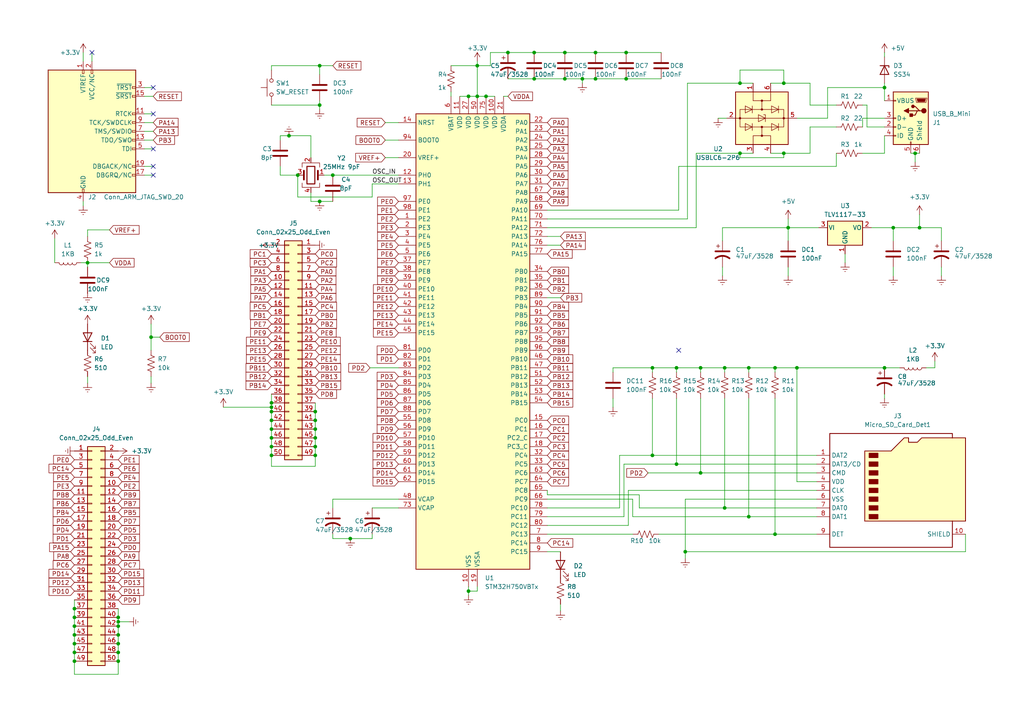
<source format=kicad_sch>
(kicad_sch (version 20230121) (generator eeschema)
  (paper "A4")
  (title_block (title "top") (rev "1.3") (comment 1 "First version"))
  (junction (at 163.83 15.24))
  (junction (at 21.59 184.15))
  (junction (at 21.59 191.77))
  (junction (at 34.29 181.61))
  (junction (at 227.33 44.45))
  (junction (at 34.29 191.77))
  (junction (at 91.44 127))
  (junction (at 83.82 39.37))
  (junction (at 34.29 180.34))
  (junction (at 78.74 124.46))
  (junction (at 196.215 106.68))
  (junction (at 92.71 30.48))
  (junction (at 92.71 19.05))
  (junction (at 34.29 184.15))
  (junction (at 172.72 15.24))
  (junction (at 203.2 137.16))
  (junction (at 91.44 129.54))
  (junction (at 91.44 121.92))
  (junction (at 91.44 124.46))
  (junction (at 168.91 22.86))
  (junction (at 91.44 132.08))
  (junction (at 21.59 179.07))
  (junction (at 21.59 189.23))
  (junction (at 217.17 106.68))
  (junction (at 224.79 106.68))
  (junction (at 96.52 50.8))
  (junction (at 135.89 171.45))
  (junction (at 163.83 22.86))
  (junction (at 78.74 127))
  (junction (at 154.94 22.86))
  (junction (at 43.815 97.79))
  (junction (at 91.44 119.38))
  (junction (at 147.32 15.24))
  (junction (at 86.36 50.8))
  (junction (at 203.2 106.68))
  (junction (at 140.97 27.94))
  (junction (at 78.74 119.38))
  (junction (at 135.89 27.94))
  (junction (at 214.63 24.13))
  (junction (at 256.54 25.4))
  (junction (at 259.08 66.04))
  (junction (at 181.61 22.86))
  (junction (at 154.94 15.24))
  (junction (at 78.74 121.92))
  (junction (at 21.59 181.61))
  (junction (at 256.54 106.68))
  (junction (at 34.29 179.07))
  (junction (at 101.6 156.21))
  (junction (at 210.185 147.32))
  (junction (at 92.71 58.42))
  (junction (at 21.59 176.53))
  (junction (at 210.185 106.68))
  (junction (at 172.72 22.86))
  (junction (at 34.29 186.69))
  (junction (at 78.74 132.08))
  (junction (at 34.29 189.23))
  (junction (at 231.14 106.68))
  (junction (at 198.755 160.02))
  (junction (at 266.7 66.04))
  (junction (at 78.74 129.54))
  (junction (at 227.33 24.13))
  (junction (at 228.6 66.04))
  (junction (at 217.17 149.86))
  (junction (at 189.23 106.68))
  (junction (at 181.61 15.24))
  (junction (at 189.23 132.08))
  (junction (at 214.63 44.45))
  (junction (at 25.4 76.2))
  (junction (at 224.79 154.94))
  (junction (at 78.74 116.84))
  (junction (at 196.215 134.62))
  (junction (at 265.43 44.45))
  (junction (at 21.59 186.69))
  (junction (at 138.43 27.94))
  (junction (at 78.74 118.11))
  (junction (at 138.43 19.05))
  (no_connect (at 44.45 25.4))
  (no_connect (at 44.45 48.26))
  (no_connect (at 44.45 50.8))
  (no_connect (at 44.45 33.02))
  (no_connect (at 44.45 43.18))
  (no_connect (at 26.67 15.24))
  (no_connect (at 196.85 101.6))
  (wire (pts (xy 130.81 19.05) (xy 138.43 19.05)))
  (wire (pts (xy 107.315 106.68) (xy 115.57 106.68)))
  (wire (pts (xy 158.75 149.86) (xy 180.975 149.86)))
  (wire (pts (xy 163.83 15.24) (xy 172.72 15.24)))
  (wire (pts (xy 196.215 106.68) (xy 203.2 106.68)))
  (wire (pts (xy 228.6 66.04) (xy 228.6 69.85)))
  (wire (pts (xy 228.6 66.04) (xy 209.55 66.04)))
  (wire (pts (xy 146.05 27.94) (xy 147.32 27.94)))
  (wire (pts (xy 217.17 115.57) (xy 217.17 149.86)))
  (wire (pts (xy 231.14 139.7) (xy 236.855 139.7)))
  (wire (pts (xy 256.54 106.68) (xy 231.14 106.68)))
  (wire (pts (xy 273.05 66.04) (xy 273.05 69.85)))
  (wire (pts (xy 96.52 156.21) (xy 96.52 154.94)))
  (wire (pts (xy 199.39 63.5) (xy 199.39 24.13)))
  (wire (pts (xy 41.91 27.94) (xy 44.45 27.94)))
  (wire (pts (xy 209.55 66.04) (xy 209.55 69.85)))
  (wire (pts (xy 250.19 30.48) (xy 251.46 30.48)))
  (wire (pts (xy 78.74 116.84) (xy 78.74 118.11)))
  (wire (pts (xy 177.8 106.68) (xy 189.23 106.68)))
  (wire (pts (xy 158.75 160.02) (xy 162.56 160.02)))
  (wire (pts (xy 180.975 134.62) (xy 196.215 134.62)))
  (wire (pts (xy 101.6 156.21) (xy 96.52 156.21)))
  (wire (pts (xy 138.43 19.05) (xy 142.24 19.05)))
  (wire (pts (xy 163.83 22.86) (xy 168.91 22.86)))
  (wire (pts (xy 259.08 66.04) (xy 266.7 66.04)))
  (wire (pts (xy 25.4 76.2) (xy 25.4 77.47)))
  (wire (pts (xy 227.33 24.13) (xy 234.95 24.13)))
  (wire (pts (xy 43.815 93.98) (xy 43.815 97.79)))
  (wire (pts (xy 210.185 106.68) (xy 210.185 107.95)))
  (wire (pts (xy 21.59 181.61) (xy 21.59 179.07)))
  (wire (pts (xy 158.75 154.94) (xy 183.515 154.94)))
  (wire (pts (xy 228.6 77.47) (xy 228.6 80.01)))
  (wire (pts (xy 271.145 106.68) (xy 271.145 104.775)))
  (wire (pts (xy 96.52 144.78) (xy 115.57 144.78)))
  (wire (pts (xy 251.46 30.48) (xy 251.46 36.83)))
  (wire (pts (xy 81.28 39.37) (xy 83.82 39.37)))
  (wire (pts (xy 138.43 17.78) (xy 138.43 19.05)))
  (wire (pts (xy 217.17 106.68) (xy 217.17 107.95)))
  (wire (pts (xy 260.985 106.68) (xy 256.54 106.68)))
  (wire (pts (xy 34.29 186.69) (xy 34.29 189.23)))
  (wire (pts (xy 34.29 195.58) (xy 21.59 195.58)))
  (wire (pts (xy 201.93 44.45) (xy 214.63 44.45)))
  (wire (pts (xy 138.43 170.18) (xy 138.43 171.45)))
  (wire (pts (xy 78.74 19.05) (xy 92.71 19.05)))
  (wire (pts (xy 41.91 25.4) (xy 44.45 25.4)))
  (wire (pts (xy 138.43 27.94) (xy 140.97 27.94)))
  (wire (pts (xy 92.71 30.48) (xy 92.71 31.75)))
  (wire (pts (xy 198.755 144.78) (xy 198.755 160.02)))
  (wire (pts (xy 111.76 45.72) (xy 115.57 45.72)))
  (wire (pts (xy 185.42 147.32) (xy 185.42 143.51)))
  (wire (pts (xy 111.76 35.56) (xy 115.57 35.56)))
  (wire (pts (xy 240.03 25.4) (xy 240.03 34.29)))
  (wire (pts (xy 21.59 191.77) (xy 21.59 189.23)))
  (wire (pts (xy 209.55 77.47) (xy 209.55 80.01)))
  (wire (pts (xy 83.82 39.37) (xy 90.17 39.37)))
  (wire (pts (xy 214.63 44.45) (xy 218.44 44.45)))
  (wire (pts (xy 158.75 71.12) (xy 162.56 71.12)))
  (wire (pts (xy 199.39 24.13) (xy 214.63 24.13)))
  (wire (pts (xy 189.23 115.57) (xy 189.23 132.08)))
  (wire (pts (xy 86.36 50.8) (xy 81.28 50.8)))
  (wire (pts (xy 181.61 15.24) (xy 191.77 15.24)))
  (wire (pts (xy 92.71 19.05) (xy 92.71 21.59)))
  (wire (pts (xy 107.95 53.34) (xy 115.57 53.34)))
  (wire (pts (xy 210.185 147.32) (xy 236.855 147.32)))
  (wire (pts (xy 107.95 147.32) (xy 115.57 147.32)))
  (wire (pts (xy 78.74 20.32) (xy 78.74 19.05)))
  (wire (pts (xy 214.63 44.45) (xy 214.63 45.72)))
  (wire (pts (xy 92.71 58.42) (xy 96.52 58.42)))
  (wire (pts (xy 91.44 129.54) (xy 91.44 127)))
  (wire (pts (xy 236.855 154.94) (xy 224.79 154.94)))
  (wire (pts (xy 41.91 43.18) (xy 44.45 43.18)))
  (wire (pts (xy 158.75 60.96) (xy 196.85 60.96)))
  (wire (pts (xy 91.44 124.46) (xy 91.44 121.92)))
  (wire (pts (xy 259.08 77.47) (xy 259.08 80.01)))
  (wire (pts (xy 217.17 106.68) (xy 224.79 106.68)))
  (wire (pts (xy 196.215 115.57) (xy 196.215 134.62)))
  (wire (pts (xy 78.74 132.08) (xy 78.74 135.255)))
  (wire (pts (xy 252.73 66.04) (xy 259.08 66.04)))
  (wire (pts (xy 265.43 44.45) (xy 266.7 44.45)))
  (wire (pts (xy 250.19 34.29) (xy 256.54 34.29)))
  (wire (pts (xy 158.75 68.58) (xy 162.56 68.58)))
  (wire (pts (xy 214.63 20.32) (xy 214.63 24.13)))
  (wire (pts (xy 41.91 50.8) (xy 44.45 50.8)))
  (wire (pts (xy 26.67 15.24) (xy 26.67 17.78)))
  (wire (pts (xy 266.7 66.04) (xy 266.7 62.23)))
  (wire (pts (xy 224.79 115.57) (xy 224.79 154.94)))
  (wire (pts (xy 92.71 30.48) (xy 92.71 29.21)))
  (wire (pts (xy 64.77 118.11) (xy 78.74 118.11)))
  (wire (pts (xy 179.705 147.32) (xy 179.705 132.08)))
  (wire (pts (xy 34.29 176.53) (xy 34.29 179.07)))
  (wire (pts (xy 34.29 191.77) (xy 34.29 195.58)))
  (wire (pts (xy 147.32 22.86) (xy 154.94 22.86)))
  (wire (pts (xy 158.75 86.36) (xy 162.56 86.36)))
  (wire (pts (xy 34.29 180.34) (xy 34.29 181.61)))
  (wire (pts (xy 183.515 149.86) (xy 217.17 149.86)))
  (wire (pts (xy 138.43 171.45) (xy 135.89 171.45)))
  (wire (pts (xy 140.97 27.94) (xy 143.51 27.94)))
  (wire (pts (xy 78.74 118.11) (xy 78.74 119.38)))
  (wire (pts (xy 250.19 34.29) (xy 250.19 36.83)))
  (wire (pts (xy 158.75 66.04) (xy 201.93 66.04)))
  (wire (pts (xy 240.03 34.29) (xy 231.14 34.29)))
  (wire (pts (xy 24.13 58.42) (xy 24.13 59.69)))
  (wire (pts (xy 177.8 107.95) (xy 177.8 106.68)))
  (wire (pts (xy 251.46 36.83) (xy 256.54 36.83)))
  (wire (pts (xy 227.33 45.72) (xy 227.33 44.45)))
  (wire (pts (xy 256.54 24.13) (xy 256.54 25.4)))
  (wire (pts (xy 91.44 132.08) (xy 91.44 129.54)))
  (wire (pts (xy 78.74 119.38) (xy 78.74 121.92)))
  (wire (pts (xy 224.79 154.94) (xy 191.135 154.94)))
  (wire (pts (xy 177.8 115.57) (xy 177.8 118.11)))
  (wire (pts (xy 21.59 184.15) (xy 21.59 181.61)))
  (wire (pts (xy 203.2 115.57) (xy 203.2 137.16)))
  (wire (pts (xy 96.52 144.78) (xy 96.52 147.32)))
  (wire (pts (xy 78.74 127) (xy 78.74 129.54)))
  (wire (pts (xy 158.75 63.5) (xy 199.39 63.5)))
  (wire (pts (xy 101.6 156.21) (xy 107.95 156.21)))
  (wire (pts (xy 92.71 19.05) (xy 96.52 19.05)))
  (wire (pts (xy 43.815 109.22) (xy 43.815 111.125)))
  (wire (pts (xy 256.54 44.45) (xy 256.54 39.37)))
  (wire (pts (xy 78.74 114.3) (xy 78.74 116.84)))
  (wire (pts (xy 133.35 27.94) (xy 135.89 27.94)))
  (wire (pts (xy 96.52 50.8) (xy 115.57 50.8)))
  (wire (pts (xy 237.49 66.04) (xy 228.6 66.04)))
  (wire (pts (xy 266.7 66.04) (xy 273.05 66.04)))
  (wire (pts (xy 224.79 106.68) (xy 224.79 107.95)))
  (wire (pts (xy 158.75 143.51) (xy 185.42 143.51)))
  (wire (pts (xy 187.96 137.16) (xy 203.2 137.16)))
  (wire (pts (xy 198.755 160.02) (xy 280.035 160.02)))
  (wire (pts (xy 135.89 171.45) (xy 135.89 172.72)))
  (wire (pts (xy 196.85 48.26) (xy 242.57 48.26)))
  (wire (pts (xy 91.44 119.38) (xy 91.44 116.84)))
  (wire (pts (xy 21.59 179.07) (xy 21.59 176.53)))
  (wire (pts (xy 158.75 143.51) (xy 158.75 142.24)))
  (wire (pts (xy 130.81 26.67) (xy 130.81 27.94)))
  (wire (pts (xy 223.52 24.13) (xy 227.33 24.13)))
  (wire (pts (xy 43.815 97.79) (xy 43.815 101.6)))
  (wire (pts (xy 81.28 50.8) (xy 81.28 48.26)))
  (wire (pts (xy 182.245 142.24) (xy 236.855 142.24)))
  (wire (pts (xy 162.56 175.26) (xy 162.56 177.165)))
  (wire (pts (xy 34.29 184.15) (xy 34.29 186.69)))
  (wire (pts (xy 91.44 127) (xy 91.44 124.46)))
  (wire (pts (xy 142.24 15.24) (xy 147.32 15.24)))
  (wire (pts (xy 91.44 121.92) (xy 91.44 119.38)))
  (wire (pts (xy 214.63 24.13) (xy 218.44 24.13)))
  (wire (pts (xy 210.185 115.57) (xy 210.185 147.32)))
  (wire (pts (xy 24.13 15.24) (xy 24.13 17.78)))
  (wire (pts (xy 78.74 129.54) (xy 78.74 132.08)))
  (wire (pts (xy 78.74 124.46) (xy 78.74 127)))
  (wire (pts (xy 34.29 179.07) (xy 34.29 180.34)))
  (wire (pts (xy 196.85 60.96) (xy 196.85 48.26)))
  (wire (pts (xy 201.93 66.04) (xy 201.93 44.45)))
  (wire (pts (xy 135.89 27.94) (xy 138.43 27.94)))
  (wire (pts (xy 256.54 25.4) (xy 256.54 29.21)))
  (wire (pts (xy 81.28 40.64) (xy 81.28 39.37)))
  (wire (pts (xy 158.75 147.32) (xy 179.705 147.32)))
  (wire (pts (xy 180.975 149.86) (xy 180.975 134.62)))
  (wire (pts (xy 236.855 144.78) (xy 198.755 144.78)))
  (wire (pts (xy 138.43 19.05) (xy 138.43 27.94)))
  (wire (pts (xy 265.43 44.45) (xy 265.43 46.99)))
  (wire (pts (xy 227.33 24.13) (xy 227.33 20.32)))
  (wire (pts (xy 90.17 39.37) (xy 90.17 45.72)))
  (wire (pts (xy 203.2 106.68) (xy 203.2 107.95)))
  (wire (pts (xy 147.32 15.24) (xy 154.94 15.24)))
  (wire (pts (xy 168.91 22.86) (xy 168.91 24.13)))
  (wire (pts (xy 179.705 132.08) (xy 189.23 132.08)))
  (wire (pts (xy 203.2 106.68) (xy 210.185 106.68)))
  (wire (pts (xy 78.74 30.48) (xy 92.71 30.48)))
  (wire (pts (xy 21.59 189.23) (xy 21.59 186.69)))
  (wire (pts (xy 189.23 106.68) (xy 189.23 107.95)))
  (wire (pts (xy 234.95 36.83) (xy 242.57 36.83)))
  (wire (pts (xy 250.19 44.45) (xy 256.54 44.45)))
  (wire (pts (xy 31.75 66.675) (xy 25.4 66.675)))
  (wire (pts (xy 25.4 109.22) (xy 25.4 111.125)))
  (wire (pts (xy 15.875 69.215) (xy 15.875 76.2)))
  (wire (pts (xy 107.95 57.15) (xy 86.36 57.15)))
  (wire (pts (xy 234.95 44.45) (xy 234.95 36.83)))
  (wire (pts (xy 154.94 15.24) (xy 163.83 15.24)))
  (wire (pts (xy 107.95 156.21) (xy 107.95 154.94)))
  (wire (pts (xy 111.76 40.64) (xy 115.57 40.64)))
  (wire (pts (xy 280.035 154.94) (xy 280.035 160.02)))
  (wire (pts (xy 223.52 44.45) (xy 227.33 44.45)))
  (wire (pts (xy 172.72 22.86) (xy 181.61 22.86)))
  (wire (pts (xy 189.23 106.68) (xy 196.215 106.68)))
  (wire (pts (xy 224.79 106.68) (xy 231.14 106.68)))
  (wire (pts (xy 182.245 152.4) (xy 182.245 142.24)))
  (wire (pts (xy 154.94 22.86) (xy 163.83 22.86)))
  (wire (pts (xy 198.755 160.02) (xy 198.755 161.925)))
  (wire (pts (xy 189.23 132.08) (xy 236.855 132.08)))
  (wire (pts (xy 231.14 106.68) (xy 231.14 139.7)))
  (wire (pts (xy 142.24 19.05) (xy 142.24 15.24)))
  (wire (pts (xy 234.95 30.48) (xy 242.57 30.48)))
  (wire (pts (xy 240.03 25.4) (xy 256.54 25.4)))
  (wire (pts (xy 196.215 134.62) (xy 236.855 134.62)))
  (wire (pts (xy 214.63 45.72) (xy 227.33 45.72)))
  (wire (pts (xy 259.08 66.04) (xy 259.08 69.85)))
  (wire (pts (xy 135.89 170.18) (xy 135.89 171.45)))
  (wire (pts (xy 37.465 180.34) (xy 34.29 180.34)))
  (wire (pts (xy 227.33 20.32) (xy 214.63 20.32)))
  (wire (pts (xy 210.185 106.68) (xy 217.17 106.68)))
  (wire (pts (xy 78.74 121.92) (xy 78.74 124.46)))
  (wire (pts (xy 41.91 33.02) (xy 44.45 33.02)))
  (wire (pts (xy 234.95 24.13) (xy 234.95 30.48)))
  (wire (pts (xy 86.36 57.15) (xy 86.36 50.8)))
  (wire (pts (xy 208.28 34.29) (xy 210.82 34.29)))
  (wire (pts (xy 34.29 181.61) (xy 34.29 184.15)))
  (wire (pts (xy 172.72 15.24) (xy 181.61 15.24)))
  (wire (pts (xy 41.91 40.64) (xy 44.45 40.64)))
  (wire (pts (xy 245.11 73.66) (xy 245.11 76.2)))
  (wire (pts (xy 90.17 55.88) (xy 90.17 58.42)))
  (wire (pts (xy 168.91 22.86) (xy 172.72 22.86)))
  (wire (pts (xy 227.33 44.45) (xy 234.95 44.45)))
  (wire (pts (xy 78.74 135.255) (xy 91.44 135.255)))
  (wire (pts (xy 91.44 135.255) (xy 91.44 132.08)))
  (wire (pts (xy 158.75 144.78) (xy 183.515 144.78)))
  (wire (pts (xy 242.57 48.26) (xy 242.57 44.45)))
  (wire (pts (xy 90.17 58.42) (xy 92.71 58.42)))
  (wire (pts (xy 256.54 114.3) (xy 256.54 115.57)))
  (wire (pts (xy 21.59 186.69) (xy 21.59 184.15)))
  (wire (pts (xy 158.75 152.4) (xy 182.245 152.4)))
  (wire (pts (xy 203.2 137.16) (xy 236.855 137.16)))
  (wire (pts (xy 21.59 195.58) (xy 21.59 191.77)))
  (wire (pts (xy 107.95 53.34) (xy 107.95 57.15)))
  (wire (pts (xy 93.98 50.8) (xy 96.52 50.8)))
  (wire (pts (xy 181.61 22.86) (xy 191.77 22.86)))
  (wire (pts (xy 41.91 38.1) (xy 44.45 38.1)))
  (wire (pts (xy 23.495 76.2) (xy 25.4 76.2)))
  (wire (pts (xy 43.815 97.79) (xy 46.355 97.79)))
  (wire (pts (xy 268.605 106.68) (xy 271.145 106.68)))
  (wire (pts (xy 183.515 144.78) (xy 183.515 149.86)))
  (wire (pts (xy 228.6 66.04) (xy 228.6 63.5)))
  (wire (pts (xy 25.4 66.675) (xy 25.4 68.58)))
  (wire (pts (xy 41.91 48.26) (xy 44.45 48.26)))
  (wire (pts (xy 25.4 76.2) (xy 31.75 76.2)))
  (wire (pts (xy 21.59 176.53) (xy 21.59 173.99)))
  (wire (pts (xy 273.05 77.47) (xy 273.05 80.01)))
  (wire (pts (xy 264.16 44.45) (xy 265.43 44.45)))
  (wire (pts (xy 217.17 149.86) (xy 236.855 149.86)))
  (wire (pts (xy 196.215 106.68) (xy 196.215 107.95)))
  (wire (pts (xy 41.91 35.56) (xy 44.45 35.56)))
  (wire (pts (xy 34.29 189.23) (xy 34.29 191.77)))
  (wire (pts (xy 256.54 15.24) (xy 256.54 16.51)))
  (wire (pts (xy 185.42 147.32) (xy 210.185 147.32)))
  (label "OSC_OUT" (at 107.95 53.34 0))
  (label "OSC_IN" (at 107.95 50.8 0))
  (global_label "PA4" (shape input) (at 91.44 83.82 0) (property "Intersheetrefs" "${INTERSHEET_REFS}" (effects hide)))
  (global_label "PB4" (shape input) (at 158.75 88.9 0) (property "Intersheetrefs" "${INTERSHEET_REFS}" (effects hide)))
  (global_label "PC5" (shape input) (at 158.75 134.62 0) (property "Intersheetrefs" "${INTERSHEET_REFS}" (effects hide)))
  (global_label "PC6" (shape input) (at 158.75 137.16 0) (property "Intersheetrefs" "${INTERSHEET_REFS}" (effects hide)))
  (global_label "PB2" (shape input) (at 158.75 83.82 0) (property "Intersheetrefs" "${INTERSHEET_REFS}" (effects hide)))
  (global_label "PE10" (shape input) (at 91.44 99.06 0) (property "Intersheetrefs" "${INTERSHEET_REFS}" (effects hide)))
  (global_label "PC4" (shape input) (at 91.44 88.9 0) (property "Intersheetrefs" "${INTERSHEET_REFS}" (effects hide)))
  (global_label "PE3" (shape input) (at 115.57 66.04 180) (property "Intersheetrefs" "${INTERSHEET_REFS}" (effects hide)))
  (global_label "PE5" (shape input) (at 21.59 138.43 180) (property "Intersheetrefs" "${INTERSHEET_REFS}" (effects hide)))
  (global_label "PD9" (shape input) (at 34.29 173.99 0) (property "Intersheetrefs" "${INTERSHEET_REFS}" (effects hide)))
  (global_label "PE6" (shape input) (at 34.29 135.89 0) (property "Intersheetrefs" "${INTERSHEET_REFS}" (effects hide)))
  (global_label "PD4" (shape input) (at 115.57 111.76 180) (property "Intersheetrefs" "${INTERSHEET_REFS}" (effects hide)))
  (global_label "PA3" (shape input) (at 78.74 81.28 180) (property "Intersheetrefs" "${INTERSHEET_REFS}" (effects hide)))
  (global_label "PA14" (shape input) (at 44.45 35.56 0) (property "Intersheetrefs" "${INTERSHEET_REFS}" (effects hide)))
  (global_label "PE13" (shape input) (at 78.74 101.6 180) (property "Intersheetrefs" "${INTERSHEET_REFS}" (effects hide)))
  (global_label "PE15" (shape input) (at 78.74 104.14 180) (property "Intersheetrefs" "${INTERSHEET_REFS}" (effects hide)))
  (global_label "PB7" (shape input) (at 34.29 146.05 0) (property "Intersheetrefs" "${INTERSHEET_REFS}" (effects hide)))
  (global_label "PE15" (shape input) (at 115.57 96.52 180) (property "Intersheetrefs" "${INTERSHEET_REFS}" (effects hide)))
  (global_label "PD6" (shape input) (at 21.59 151.13 180) (property "Intersheetrefs" "${INTERSHEET_REFS}" (effects hide)))
  (global_label "PB0" (shape input) (at 158.75 78.74 0) (property "Intersheetrefs" "${INTERSHEET_REFS}" (effects hide)))
  (global_label "PE14" (shape input) (at 91.44 104.14 0) (property "Intersheetrefs" "${INTERSHEET_REFS}" (effects hide)))
  (global_label "PA5" (shape input) (at 158.75 48.26 0) (property "Intersheetrefs" "${INTERSHEET_REFS}" (effects hide)))
  (global_label "PD1" (shape input) (at 115.57 104.14 180) (property "Intersheetrefs" "${INTERSHEET_REFS}" (effects hide)))
  (global_label "PB7" (shape input) (at 158.75 96.52 0) (property "Intersheetrefs" "${INTERSHEET_REFS}" (effects hide)))
  (global_label "PD15" (shape input) (at 115.57 139.7 180) (property "Intersheetrefs" "${INTERSHEET_REFS}" (effects hide)))
  (global_label "PE4" (shape input) (at 115.57 68.58 180) (property "Intersheetrefs" "${INTERSHEET_REFS}" (effects hide)))
  (global_label "PE11" (shape input) (at 78.74 99.06 180) (property "Intersheetrefs" "${INTERSHEET_REFS}" (effects hide)))
  (global_label "PB3" (shape input) (at 44.45 40.64 0) (property "Intersheetrefs" "${INTERSHEET_REFS}" (effects hide)))
  (global_label "PB11" (shape input) (at 78.74 106.68 180) (property "Intersheetrefs" "${INTERSHEET_REFS}" (effects hide)))
  (global_label "PD2" (shape input) (at 187.96 137.16 180) (property "Intersheetrefs" "${INTERSHEET_REFS}" (effects hide)))
  (global_label "PD6" (shape input) (at 115.57 116.84 180) (property "Intersheetrefs" "${INTERSHEET_REFS}" (effects hide)))
  (global_label "PD0" (shape input) (at 34.29 158.75 0) (property "Intersheetrefs" "${INTERSHEET_REFS}" (effects hide)))
  (global_label "PA0" (shape input) (at 91.44 78.74 0) (property "Intersheetrefs" "${INTERSHEET_REFS}" (effects hide)))
  (global_label "PB9" (shape input) (at 34.29 143.51 0) (property "Intersheetrefs" "${INTERSHEET_REFS}" (effects hide)))
  (global_label "PE11" (shape input) (at 115.57 86.36 180) (property "Intersheetrefs" "${INTERSHEET_REFS}" (effects hide)))
  (global_label "PE0" (shape input) (at 115.57 58.42 180) (property "Intersheetrefs" "${INTERSHEET_REFS}" (effects hide)))
  (global_label "PC14" (shape input) (at 21.59 135.89 180) (property "Intersheetrefs" "${INTERSHEET_REFS}" (effects hide)))
  (global_label "PA13" (shape input) (at 162.56 68.58 0) (property "Intersheetrefs" "${INTERSHEET_REFS}" (effects hide)))
  (global_label "PB8" (shape input) (at 158.75 99.06 0) (property "Intersheetrefs" "${INTERSHEET_REFS}" (effects hide)))
  (global_label "PD0" (shape input) (at 115.57 101.6 180) (property "Intersheetrefs" "${INTERSHEET_REFS}" (effects hide)))
  (global_label "PB10" (shape input) (at 158.75 104.14 0) (property "Intersheetrefs" "${INTERSHEET_REFS}" (effects hide)))
  (global_label "PB5" (shape input) (at 34.29 148.59 0) (property "Intersheetrefs" "${INTERSHEET_REFS}" (effects hide)))
  (global_label "PA6" (shape input) (at 91.44 86.36 0) (property "Intersheetrefs" "${INTERSHEET_REFS}" (effects hide)))
  (global_label "VDDA" (shape input) (at 31.75 76.2 0) (property "Intersheetrefs" "${INTERSHEET_REFS}" (effects hide)))
  (global_label "PC7" (shape input) (at 158.75 139.7 0) (property "Intersheetrefs" "${INTERSHEET_REFS}" (effects hide)))
  (global_label "PD5" (shape input) (at 34.29 153.67 0) (property "Intersheetrefs" "${INTERSHEET_REFS}" (effects hide)))
  (global_label "PE2" (shape input) (at 115.57 63.5 180) (property "Intersheetrefs" "${INTERSHEET_REFS}" (effects hide)))
  (global_label "PA1" (shape input) (at 78.74 78.74 180) (property "Intersheetrefs" "${INTERSHEET_REFS}" (effects hide)))
  (global_label "PC3" (shape input) (at 158.75 129.54 0) (property "Intersheetrefs" "${INTERSHEET_REFS}" (effects hide)))
  (global_label "PC2" (shape input) (at 91.44 76.2 0) (property "Intersheetrefs" "${INTERSHEET_REFS}" (effects hide)))
  (global_label "PC14" (shape input) (at 158.75 157.48 0) (property "Intersheetrefs" "${INTERSHEET_REFS}" (effects hide)))
  (global_label "PC0" (shape input) (at 91.44 73.66 0) (property "Intersheetrefs" "${INTERSHEET_REFS}" (effects hide)))
  (global_label "PB10" (shape input) (at 91.44 106.68 0) (property "Intersheetrefs" "${INTERSHEET_REFS}" (effects hide)))
  (global_label "PD8" (shape input) (at 91.44 114.3 0) (property "Intersheetrefs" "${INTERSHEET_REFS}" (effects hide)))
  (global_label "PA9" (shape input) (at 34.29 161.29 0) (property "Intersheetrefs" "${INTERSHEET_REFS}" (effects hide)))
  (global_label "PD7" (shape input) (at 115.57 119.38 180) (property "Intersheetrefs" "${INTERSHEET_REFS}" (effects hide)))
  (global_label "PE12" (shape input) (at 115.57 88.9 180) (property "Intersheetrefs" "${INTERSHEET_REFS}" (effects hide)))
  (global_label "PE9" (shape input) (at 115.57 81.28 180) (property "Intersheetrefs" "${INTERSHEET_REFS}" (effects hide)))
  (global_label "PE10" (shape input) (at 115.57 83.82 180) (property "Intersheetrefs" "${INTERSHEET_REFS}" (effects hide)))
  (global_label "PC7" (shape input) (at 34.29 163.83 0) (property "Intersheetrefs" "${INTERSHEET_REFS}" (effects hide)))
  (global_label "PA14" (shape input) (at 162.56 71.12 0) (property "Intersheetrefs" "${INTERSHEET_REFS}" (effects hide)))
  (global_label "PA9" (shape input) (at 158.75 58.42 0) (property "Intersheetrefs" "${INTERSHEET_REFS}" (effects hide)))
  (global_label "PA13" (shape input) (at 44.45 38.1 0) (property "Intersheetrefs" "${INTERSHEET_REFS}" (effects hide)))
  (global_label "PB8" (shape input) (at 21.59 143.51 180) (property "Intersheetrefs" "${INTERSHEET_REFS}" (effects hide)))
  (global_label "PB12" (shape input) (at 158.75 109.22 0) (property "Intersheetrefs" "${INTERSHEET_REFS}" (effects hide)))
  (global_label "RESET" (shape input) (at 44.45 27.94 0) (property "Intersheetrefs" "${INTERSHEET_REFS}" (effects hide)))
  (global_label "PD1" (shape input) (at 21.59 156.21 180) (property "Intersheetrefs" "${INTERSHEET_REFS}" (effects hide)))
  (global_label "PA7" (shape input) (at 78.74 86.36 180) (property "Intersheetrefs" "${INTERSHEET_REFS}" (effects hide)))
  (global_label "PB1" (shape input) (at 78.74 91.44 180) (property "Intersheetrefs" "${INTERSHEET_REFS}" (effects hide)))
  (global_label "PB13" (shape input) (at 91.44 109.22 0) (property "Intersheetrefs" "${INTERSHEET_REFS}" (effects hide)))
  (global_label "PA3" (shape input) (at 158.75 43.18 0) (property "Intersheetrefs" "${INTERSHEET_REFS}" (effects hide)))
  (global_label "PB6" (shape input) (at 158.75 93.98 0) (property "Intersheetrefs" "${INTERSHEET_REFS}" (effects hide)))
  (global_label "PE8" (shape input) (at 115.57 78.74 180) (property "Intersheetrefs" "${INTERSHEET_REFS}" (effects hide)))
  (global_label "PA2" (shape input) (at 158.75 40.64 0) (property "Intersheetrefs" "${INTERSHEET_REFS}" (effects hide)))
  (global_label "PA7" (shape input) (at 158.75 53.34 0) (property "Intersheetrefs" "${INTERSHEET_REFS}" (effects hide)))
  (global_label "BOOT0" (shape input) (at 46.355 97.79 0) (property "Intersheetrefs" "${INTERSHEET_REFS}" (effects hide)))
  (global_label "PD4" (shape input) (at 21.59 153.67 180) (property "Intersheetrefs" "${INTERSHEET_REFS}" (effects hide)))
  (global_label "PC1" (shape input) (at 78.74 73.66 180) (property "Intersheetrefs" "${INTERSHEET_REFS}" (effects hide)))
  (global_label "PE1" (shape input) (at 115.57 60.96 180) (property "Intersheetrefs" "${INTERSHEET_REFS}" (effects hide)))
  (global_label "PD15" (shape input) (at 34.29 166.37 0) (property "Intersheetrefs" "${INTERSHEET_REFS}" (effects hide)))
  (global_label "PE5" (shape input) (at 115.57 71.12 180) (property "Intersheetrefs" "${INTERSHEET_REFS}" (effects hide)))
  (global_label "PE6" (shape input) (at 115.57 73.66 180) (property "Intersheetrefs" "${INTERSHEET_REFS}" (effects hide)))
  (global_label "RESET" (shape input) (at 96.52 19.05 0) (property "Intersheetrefs" "${INTERSHEET_REFS}" (effects hide)))
  (global_label "PA5" (shape input) (at 78.74 83.82 180) (property "Intersheetrefs" "${INTERSHEET_REFS}" (effects hide)))
  (global_label "RESET" (shape input) (at 111.76 35.56 180) (property "Intersheetrefs" "${INTERSHEET_REFS}" (effects hide)))
  (global_label "PC5" (shape input) (at 78.74 88.9 180) (property "Intersheetrefs" "${INTERSHEET_REFS}" (effects hide)))
  (global_label "PC2" (shape input) (at 158.75 127 0) (property "Intersheetrefs" "${INTERSHEET_REFS}" (effects hide)))
  (global_label "PE2" (shape input) (at 34.29 140.97 0) (property "Intersheetrefs" "${INTERSHEET_REFS}" (effects hide)))
  (global_label "PE13" (shape input) (at 115.57 91.44 180) (property "Intersheetrefs" "${INTERSHEET_REFS}" (effects hide)))
  (global_label "VDDA" (shape input) (at 147.32 27.94 0) (property "Intersheetrefs" "${INTERSHEET_REFS}" (effects hide)))
  (global_label "PE14" (shape input) (at 115.57 93.98 180) (property "Intersheetrefs" "${INTERSHEET_REFS}" (effects hide)))
  (global_label "PA15" (shape input) (at 21.59 158.75 180) (property "Intersheetrefs" "${INTERSHEET_REFS}" (effects hide)))
  (global_label "PE0" (shape input) (at 21.59 133.35 180) (property "Intersheetrefs" "${INTERSHEET_REFS}" (effects hide)))
  (global_label "PC6" (shape input) (at 21.59 163.83 180) (property "Intersheetrefs" "${INTERSHEET_REFS}" (effects hide)))
  (global_label "PC1" (shape input) (at 158.75 124.46 0) (property "Intersheetrefs" "${INTERSHEET_REFS}" (effects hide)))
  (global_label "PB4" (shape input) (at 21.59 148.59 180) (property "Intersheetrefs" "${INTERSHEET_REFS}" (effects hide)))
  (global_label "PB14" (shape input) (at 78.74 111.76 180) (property "Intersheetrefs" "${INTERSHEET_REFS}" (effects hide)))
  (global_label "PB0" (shape input) (at 91.44 91.44 0) (property "Intersheetrefs" "${INTERSHEET_REFS}" (effects hide)))
  (global_label "PD14" (shape input) (at 21.59 166.37 180) (property "Intersheetrefs" "${INTERSHEET_REFS}" (effects hide)))
  (global_label "PD13" (shape input) (at 115.57 134.62 180) (property "Intersheetrefs" "${INTERSHEET_REFS}" (effects hide)))
  (global_label "PD7" (shape input) (at 34.29 151.13 0) (property "Intersheetrefs" "${INTERSHEET_REFS}" (effects hide)))
  (global_label "PD5" (shape input) (at 115.57 114.3 180) (property "Intersheetrefs" "${INTERSHEET_REFS}" (effects hide)))
  (global_label "PA6" (shape input) (at 158.75 50.8 0) (property "Intersheetrefs" "${INTERSHEET_REFS}" (effects hide)))
  (global_label "PE1" (shape input) (at 34.29 133.35 0) (property "Intersheetrefs" "${INTERSHEET_REFS}" (effects hide)))
  (global_label "VREF+" (shape input) (at 111.76 45.72 180) (property "Intersheetrefs" "${INTERSHEET_REFS}" (effects hide)))
  (global_label "PA15" (shape input) (at 158.75 73.66 0) (property "Intersheetrefs" "${INTERSHEET_REFS}" (effects hide)))
  (global_label "PB5" (shape input) (at 158.75 91.44 0) (property "Intersheetrefs" "${INTERSHEET_REFS}" (effects hide)))
  (global_label "PE3" (shape input) (at 21.59 140.97 180) (property "Intersheetrefs" "${INTERSHEET_REFS}" (effects hide)))
  (global_label "PA1" (shape input) (at 158.75 38.1 0) (property "Intersheetrefs" "${INTERSHEET_REFS}" (effects hide)))
  (global_label "PD8" (shape input) (at 115.57 121.92 180) (property "Intersheetrefs" "${INTERSHEET_REFS}" (effects hide)))
  (global_label "PB12" (shape input) (at 78.74 109.22 180) (property "Intersheetrefs" "${INTERSHEET_REFS}" (effects hide)))
  (global_label "PB3" (shape input) (at 162.56 86.36 0) (property "Intersheetrefs" "${INTERSHEET_REFS}" (effects hide)))
  (global_label "PB11" (shape input) (at 158.75 106.68 0) (property "Intersheetrefs" "${INTERSHEET_REFS}" (effects hide)))
  (global_label "PC3" (shape input) (at 78.74 76.2 180) (property "Intersheetrefs" "${INTERSHEET_REFS}" (effects hide)))
  (global_label "PD3" (shape input) (at 34.29 156.21 0) (property "Intersheetrefs" "${INTERSHEET_REFS}" (effects hide)))
  (global_label "PB9" (shape input) (at 158.75 101.6 0) (property "Intersheetrefs" "${INTERSHEET_REFS}" (effects hide)))
  (global_label "PA2" (shape input) (at 91.44 81.28 0) (property "Intersheetrefs" "${INTERSHEET_REFS}" (effects hide)))
  (global_label "PD12" (shape input) (at 115.57 132.08 180) (property "Intersheetrefs" "${INTERSHEET_REFS}" (effects hide)))
  (global_label "PA8" (shape input) (at 158.75 55.88 0) (property "Intersheetrefs" "${INTERSHEET_REFS}" (effects hide)))
  (global_label "PB1" (shape input) (at 158.75 81.28 0) (property "Intersheetrefs" "${INTERSHEET_REFS}" (effects hide)))
  (global_label "PD13" (shape input) (at 34.29 168.91 0) (property "Intersheetrefs" "${INTERSHEET_REFS}" (effects hide)))
  (global_label "PB15" (shape input) (at 91.44 111.76 0) (property "Intersheetrefs" "${INTERSHEET_REFS}" (effects hide)))
  (global_label "PD14" (shape input) (at 115.57 137.16 180) (property "Intersheetrefs" "${INTERSHEET_REFS}" (effects hide)))
  (global_label "PD11" (shape input) (at 34.29 171.45 0) (property "Intersheetrefs" "${INTERSHEET_REFS}" (effects hide)))
  (global_label "PA0" (shape input) (at 158.75 35.56 0) (property "Intersheetrefs" "${INTERSHEET_REFS}" (effects hide)))
  (global_label "PB14" (shape input) (at 158.75 114.3 0) (property "Intersheetrefs" "${INTERSHEET_REFS}" (effects hide)))
  (global_label "PD3" (shape input) (at 115.57 109.22 180) (property "Intersheetrefs" "${INTERSHEET_REFS}" (effects hide)))
  (global_label "PB15" (shape input) (at 158.75 116.84 0) (property "Intersheetrefs" "${INTERSHEET_REFS}" (effects hide)))
  (global_label "VREF+" (shape input) (at 31.75 66.675 0) (property "Intersheetrefs" "${INTERSHEET_REFS}" (effects hide)))
  (global_label "PB6" (shape input) (at 21.59 146.05 180) (property "Intersheetrefs" "${INTERSHEET_REFS}" (effects hide)))
  (global_label "PB13" (shape input) (at 158.75 111.76 0) (property "Intersheetrefs" "${INTERSHEET_REFS}" (effects hide)))
  (global_label "PC0" (shape input) (at 158.75 121.92 0) (property "Intersheetrefs" "${INTERSHEET_REFS}" (effects hide)))
  (global_label "PD10" (shape input) (at 21.59 171.45 180) (property "Intersheetrefs" "${INTERSHEET_REFS}" (effects hide)))
  (global_label "PD2" (shape input) (at 107.315 106.68 180) (property "Intersheetrefs" "${INTERSHEET_REFS}" (effects hide)))
  (global_label "PE7" (shape input) (at 78.74 93.98 180) (property "Intersheetrefs" "${INTERSHEET_REFS}" (effects hide)))
  (global_label "PB2" (shape input) (at 91.44 93.98 0) (property "Intersheetrefs" "${INTERSHEET_REFS}" (effects hide)))
  (global_label "PA8" (shape input) (at 21.59 161.29 180) (property "Intersheetrefs" "${INTERSHEET_REFS}" (effects hide)))
  (global_label "PE8" (shape input) (at 91.44 96.52 0) (property "Intersheetrefs" "${INTERSHEET_REFS}" (effects hide)))
  (global_label "BOOT0" (shape input) (at 111.76 40.64 180) (property "Intersheetrefs" "${INTERSHEET_REFS}" (effects hide)))
  (global_label "PD12" (shape input) (at 21.59 168.91 180) (property "Intersheetrefs" "${INTERSHEET_REFS}" (effects hide)))
  (global_label "PC4" (shape input) (at 158.75 132.08 0) (property "Intersheetrefs" "${INTERSHEET_REFS}" (effects hide)))
  (global_label "PD10" (shape input) (at 115.57 127 180) (property "Intersheetrefs" "${INTERSHEET_REFS}" (effects hide)))
  (global_label "PE9" (shape input) (at 78.74 96.52 180) (property "Intersheetrefs" "${INTERSHEET_REFS}" (effects hide)))
  (global_label "PA4" (shape input) (at 158.75 45.72 0) (property "Intersheetrefs" "${INTERSHEET_REFS}" (effects hide)))
  (global_label "PE7" (shape input) (at 115.57 76.2 180) (property "Intersheetrefs" "${INTERSHEET_REFS}" (effects hide)))
  (global_label "PE4" (shape input) (at 34.29 138.43 0) (property "Intersheetrefs" "${INTERSHEET_REFS}" (effects hide)))
  (global_label "PD9" (shape input) (at 115.57 124.46 180) (property "Intersheetrefs" "${INTERSHEET_REFS}" (effects hide)))
  (global_label "PD11" (shape input) (at 115.57 129.54 180) (property "Intersheetrefs" "${INTERSHEET_REFS}" (effects hide)))
  (global_label "PE12" (shape input) (at 91.44 101.6 0) (property "Intersheetrefs" "${INTERSHEET_REFS}" (effects hide)))
  (symbol (lib_id "Device:R_US") (at 217.17 111.76 0) (unit 1)
    (property "Reference" "R12" (at 219.075 110.49 0) (effects (justify left)))
    (property "Value" "10k" (at 219.075 113.03 0) (effects (justify left)))
    (property "Footprint" "Resistor_SMD:R_0402_1005Metric" (effects hide))
  )
  (symbol (lib_id "Connector:Micro_SD_Card_Det1") (at 259.715 142.24 0) (unit 1)
    (property "Reference" "J3" (at 260.35 120.65 0))
    (property "Value" "Micro_SD_Card_Det1" (at 260.35 123.19 0))
    (property "Footprint" "Connector_Card:microSD_HC_Molex_104031-0811" (effects hide))
    (property "Datasheet" "https://datasheet.lcsc.com/lcsc/2110151630_XKB-Connectivity-XKTF-015-N_C381082.pdf" (effects hide))
  )
  (symbol (lib_id "Device:R_US") (at 210.185 111.76 0) (unit 1)
    (property "Reference" "R13" (at 212.09 110.49 0) (effects (justify left)))
    (property "Value" "10k" (at 212.09 113.03 0) (effects (justify left)))
    (property "Footprint" "Resistor_SMD:R_0402_1005Metric" (effects hide))
  )
  (symbol (lib_id "Device:R_US") (at 130.81 22.86 0) (unit 1)
    (property "Reference" "R4" (at 127 21.59 0) (effects (justify left)))
    (property "Value" "1k" (at 127 25.4 0) (effects (justify left)))
    (property "Footprint" "Resistor_SMD:R_0603_1608Metric" (effects hide))
  )
  (symbol (lib_id "Device:C") (at 228.6 73.66 0) (unit 1)
    (property "Reference" "DC1" (at 232.41 72.39 0) (effects (justify left)))
    (property "Value" "100nF" (at 232.41 74.93 0) (effects (justify left)))
    (property "Footprint" "Capacitor_SMD:C_0402_1005Metric" (effects hide))
  )
  (symbol (lib_id "Device:L") (at 19.685 76.2 270) (unit 1)
    (property "Reference" "L1" (at 19.685 71.12 90))
    (property "Value" "1KB" (at 19.685 73.66 90))
    (property "Footprint" "Inductor_SMD:L_0603_1608Metric" (effects hide))
  )
  (symbol (lib_id "power:Earth") (at 92.71 58.42 0) (unit 1)
    (property "Reference" "#PWR013" (effects hide))
    (property "Value" "Earth" (effects hide))
  )
  (symbol (lib_id "Power_Protection:USBLC6-2P6") (at 220.98 34.29 270) (unit 1)
    (property "Reference" "U2" (at 208.28 43.18 90))
    (property "Value" "USBLC6-2P6" (at 208.28 45.72 90))
    (property "Footprint" "Package_TO_SOT_SMD:SOT-666" (effects hide))
    (property "Datasheet" "https://www.st.com/resource/en/datasheet/usblc6-2.pdf" (effects hide))
  )
  (symbol (lib_id "power:Earth") (at 273.05 80.01 0) (unit 1)
    (property "Reference" "#PWR010" (effects hide))
    (property "Value" "Earth" (effects hide))
  )
  (symbol (lib_id "Device:C") (at 96.52 54.61 0) (unit 1)
    (property "Reference" "C4" (at 100.33 52.07 0))
    (property "Value" "8pF" (at 100.33 54.61 0))
    (property "Footprint" "Capacitor_SMD:C_0402_1005Metric" (effects hide))
  )
  (symbol (lib_id "power:Earth") (at 91.44 71.12 90) (mirror x) (unit 1)
    (property "Reference" "#PWR027" (effects hide))
    (property "Value" "Earth" (effects hide))
  )
  (symbol (lib_id "Device:C") (at 172.72 19.05 0) (unit 1)
    (property "Reference" "DC6" (at 175.26 19.05 0) (effects (justify left)))
    (property "Value" "100nF" (at 172.72 21.59 0) (effects (justify left)))
    (property "Footprint" "Capacitor_SMD:C_0402_1005Metric" (effects hide))
  )
  (symbol (lib_id "power:+3.3V") (at 138.43 17.78 0) (unit 1)
    (property "Reference" "#PWR015" (effects hide))
    (property "Value" "+3.3V" (at 138.43 13.97 0))
  )
  (symbol (lib_id "Device:R_US") (at 187.325 154.94 90) (unit 1)
    (property "Reference" "R10" (at 186.69 156.845 90) (effects (justify left)))
    (property "Value" "10k" (at 191.77 156.845 90) (effects (justify left)))
    (property "Footprint" "Resistor_SMD:R_0402_1005Metric" (effects hide))
  )
  (symbol (lib_id "power:+3.3V") (at 78.74 71.12 90) (mirror x) (unit 1)
    (property "Reference" "#PWR026" (effects hide))
    (property "Value" "+3.3V" (at 74.93 71.12 90) (effects (justify right)))
  )
  (symbol (lib_id "Device:LED") (at 25.4 97.79 90) (unit 1)
    (property "Reference" "D1" (at 29.21 98.1075 90) (effects (justify right)))
    (property "Value" "LED" (at 29.21 100.6475 90) (effects (justify right)))
    (property "Footprint" "LED_SMD:LED_0603_1608Metric" (effects hide))
  )
  (symbol (lib_id "power:Earth") (at 265.43 46.99 0) (unit 1)
    (property "Reference" "#PWR01" (effects hide))
    (property "Value" "Earth" (effects hide))
  )
  (symbol (lib_id "power:Earth") (at 92.71 31.75 0) (unit 1)
    (property "Reference" "#PWR014" (effects hide))
    (property "Value" "Earth" (effects hide))
  )
  (symbol (lib_id "Diode:BZT52Bxx") (at 256.54 20.32 270) (unit 1)
    (property "Reference" "D3" (at 259.08 19.05 90) (effects (justify left)))
    (property "Value" "SS34" (at 259.08 21.59 90) (effects (justify left)))
    (property "Footprint" "Diode_SMD:D_SOD-123F" (effects hide))
    (property "Datasheet" "https://www.mouser.ca/datasheet/2/308/1/SS36FA_D-2319891.pdf" (effects hide))
  )
  (symbol (lib_id "Device:C_Polarized_US") (at 147.32 19.05 0) (unit 1)
    (property "Reference" "C5" (at 142.24 19.05 0) (effects (justify left)))
    (property "Value" "47uF/3528" (at 142.24 21.59 0) (effects (justify left)))
    (property "Footprint" "Capacitor_SMD:C_1206_3216Metric" (effects hide))
  )
  (symbol (lib_id "power:+5V") (at 228.6 63.5 0) (unit 1)
    (property "Reference" "#PWR05" (effects hide))
    (property "Value" "+5V" (at 228.6 58.42 0))
  )
  (symbol (lib_id "power:Earth") (at 259.08 80.01 0) (unit 1)
    (property "Reference" "#PWR09" (effects hide))
    (property "Value" "Earth" (effects hide))
  )
  (symbol (lib_id "Switch:SW_Push") (at 78.74 25.4 90) (unit 1)
    (property "Reference" "SW1" (at 80.01 24.13 90) (effects (justify right)))
    (property "Value" "SW_RESET" (at 80.01 26.67 90) (effects (justify right)))
    (property "Footprint" "Button_Switch_SMD:SW_Tactile_SPST_NO_Straight_CK_PTS636Sx25SMTRLFS" (effects hide))
  )
  (symbol (lib_id "power:+3.3V") (at 64.77 118.11 0) (unit 1)
    (property "Reference" "#PWR035" (effects hide))
    (property "Value" "+3.3V" (at 64.77 113.665 0))
  )
  (symbol (lib_id "Device:R_US") (at 162.56 171.45 0) (unit 1)
    (property "Reference" "R8" (at 164.465 170.18 0) (effects (justify left)))
    (property "Value" "510" (at 164.465 172.72 0) (effects (justify left)))
    (property "Footprint" "Resistor_SMD:R_0603_1608Metric" (effects hide))
  )
  (symbol (lib_id "Device:LED") (at 162.56 163.83 90) (unit 1)
    (property "Reference" "D2" (at 166.37 164.1475 90) (effects (justify right)))
    (property "Value" "LED" (at 166.37 166.6875 90) (effects (justify right)))
    (property "Footprint" "LED_SMD:LED_0603_1608Metric" (effects hide))
  )
  (symbol (lib_id "Device:C_Polarized_US") (at 107.95 151.13 0) (unit 1)
    (property "Reference" "C6" (at 102.87 151.13 0) (effects (justify left)))
    (property "Value" "47uF/3528" (at 102.87 153.67 0) (effects (justify left)))
    (property "Footprint" "Capacitor_SMD:C_1206_3216Metric" (effects hide))
  )
  (symbol (lib_id "power:+3.3V") (at 271.145 104.775 0) (mirror y) (unit 1)
    (property "Reference" "#PWR030" (effects hide))
    (property "Value" "+3.3V" (at 271.145 100.33 0))
  )
  (symbol (lib_id "power:Earth") (at 177.8 118.11 0) (unit 1)
    (property "Reference" "#PWR032" (effects hide))
    (property "Value" "Earth" (effects hide))
  )
  (symbol (lib_id "Device:C") (at 181.61 19.05 0) (unit 1)
    (property "Reference" "DC7" (at 184.15 19.05 0) (effects (justify left)))
    (property "Value" "100nF" (at 181.61 21.59 0) (effects (justify left)))
    (property "Footprint" "Capacitor_SMD:C_0402_1005Metric" (effects hide))
  )
  (symbol (lib_id "power:Earth") (at 25.4 111.125 0) (unit 1)
    (property "Reference" "#PWR022" (effects hide))
    (property "Value" "Earth" (effects hide))
  )
  (symbol (lib_id "Connector_Generic:Conn_02x25_Odd_Even") (at 26.67 161.29 0) (unit 1)
    (property "Reference" "J4" (at 27.94 124.46 0))
    (property "Value" "Conn_02x25_Odd_Even" (at 27.94 127 0))
    (property "Footprint" "Connector_PinSocket_2.54mm:PinSocket_2x25_P2.54mm_Vertical" (effects hide))
  )
  (symbol (lib_id "power:+3.3V") (at 43.815 93.98 0) (unit 1)
    (property "Reference" "#PWR023" (effects hide))
    (property "Value" "+3.3V" (at 43.815 89.535 0))
  )
  (symbol (lib_id "Device:C") (at 92.71 25.4 0) (unit 1)
    (property "Reference" "DC3" (at 96.52 24.13 0) (effects (justify left)))
    (property "Value" "100nF" (at 96.52 26.67 0) (effects (justify left)))
    (property "Footprint" "Capacitor_SMD:C_0402_1005Metric" (effects hide))
  )
  (symbol (lib_id "Device:C") (at 163.83 19.05 0) (unit 1)
    (property "Reference" "DC5" (at 166.37 19.05 0) (effects (justify left)))
    (property "Value" "100nF" (at 163.83 21.59 0) (effects (justify left)))
    (property "Footprint" "Capacitor_SMD:C_0402_1005Metric" (effects hide))
  )
  (symbol (lib_id "power:Earth") (at 135.89 172.72 0) (unit 1)
    (property "Reference" "#PWR017" (effects hide))
    (property "Value" "Earth" (effects hide))
  )
  (symbol (lib_id "power:+3.3V") (at 24.13 15.24 0) (unit 1)
    (property "Reference" "#PWR012" (effects hide))
    (property "Value" "+3.3V" (at 20.32 15.24 0))
  )
  (symbol (lib_id "power:Earth") (at 245.11 76.2 0) (unit 1)
    (property "Reference" "#PWR06" (effects hide))
    (property "Value" "Earth" (effects hide))
  )
  (symbol (lib_id "Device:C_Polarized_US") (at 273.05 73.66 0) (unit 1)
    (property "Reference" "C2" (at 276.86 72.39 0) (effects (justify left)))
    (property "Value" "47uF/3528" (at 276.86 74.295 0) (effects (justify left)))
    (property "Footprint" "Capacitor_SMD:C_1206_3216Metric" (effects hide))
  )
  (symbol (lib_id "power:Earth") (at 209.55 80.01 0) (unit 1)
    (property "Reference" "#PWR07" (effects hide))
    (property "Value" "Earth" (effects hide))
  )
  (symbol (lib_id "power:+3.3V") (at 266.7 62.23 0) (unit 1)
    (property "Reference" "#PWR04" (effects hide))
    (property "Value" "+3.3V" (at 266.7 57.15 0))
  )
  (symbol (lib_id "Device:C") (at 259.08 73.66 0) (unit 1)
    (property "Reference" "DC2" (at 262.89 72.39 0) (effects (justify left)))
    (property "Value" "100nF" (at 262.89 74.93 0) (effects (justify left)))
    (property "Footprint" "Capacitor_SMD:C_0402_1005Metric" (effects hide))
  )
  (symbol (lib_id "power:Earth") (at 256.54 115.57 0) (unit 1)
    (property "Reference" "#PWR031" (effects hide))
    (property "Value" "Earth" (effects hide))
  )
  (symbol (lib_id "power:Earth") (at 24.13 59.69 0) (unit 1)
    (property "Reference" "#PWR011" (effects hide))
    (property "Value" "Earth" (effects hide))
  )
  (symbol (lib_id "power:+3.3V") (at 34.29 130.81 270) (unit 1)
    (property "Reference" "#PWR034" (effects hide))
    (property "Value" "+3.3V" (at 38.1 130.81 90) (effects (justify left)))
  )
  (symbol (lib_id "Device:C_Polarized_US") (at 256.54 110.49 0) (unit 1)
    (property "Reference" "C8" (at 260.35 109.22 0) (effects (justify left)))
    (property "Value" "47uF/3528" (at 260.35 111.125 0) (effects (justify left)))
    (property "Footprint" "Capacitor_SMD:C_1206_3216Metric" (effects hide))
  )
  (symbol (lib_id "power:+3.3V") (at 25.4 93.98 0) (unit 1)
    (property "Reference" "#PWR021" (effects hide))
    (property "Value" "+3.3V" (at 25.4 89.535 0))
  )
  (symbol (lib_id "power:Earth") (at 162.56 177.165 0) (unit 1)
    (property "Reference" "#PWR025" (effects hide))
    (property "Value" "Earth" (effects hide))
  )
  (symbol (lib_id "Connector:Conn_ARM_JTAG_SWD_20") (at 26.67 38.1 0) (unit 1)
    (property "Reference" "J2" (at 27.94 57.15 0) (effects (justify right)))
    (property "Value" "Conn_ARM_JTAG_SWD_20" (at 53.34 57.15 0) (effects (justify right)))
    (property "Footprint" "Connector_PinSocket_2.54mm:PinSocket_2x10_P2.54mm_Vertical" (effects hide))
    (property "Datasheet" "http://infocenter.arm.com/help/topic/com.arm.doc.dui0499b/DUI0499B_system_design_reference.pdf" (effects hide))
  )
  (symbol (lib_id "Device:C") (at 81.28 44.45 0) (unit 1)
    (property "Reference" "C3" (at 77.47 43.18 0))
    (property "Value" "8pF" (at 77.47 45.72 0))
    (property "Footprint" "Capacitor_SMD:C_0402_1005Metric" (effects hide))
  )
  (symbol (lib_id "Device:Crystal_GND23") (at 90.17 50.8 180) (unit 1)
    (property "Reference" "Y2" (at 99.06 45.8469 0))
    (property "Value" "25MHz 9pF" (at 99.06 48.3869 0))
    (property "Footprint" "Crystal:Crystal_SMD_2016-4Pin_2.0x1.6mm" (effects hide))
  )
  (symbol (lib_id "power:Earth") (at 228.6 80.01 0) (unit 1)
    (property "Reference" "#PWR08" (effects hide))
    (property "Value" "Earth" (effects hide))
  )
  (symbol (lib_id "Device:C_Polarized_US") (at 209.55 73.66 0) (unit 1)
    (property "Reference" "C1" (at 213.36 72.39 0) (effects (justify left)))
    (property "Value" "47uF/3528" (at 213.36 74.295 0) (effects (justify left)))
    (property "Footprint" "Capacitor_SMD:C_1206_3216Metric" (effects hide))
  )
  (symbol (lib_id "Device:R_US") (at 203.2 111.76 0) (unit 1)
    (property "Reference" "R14" (at 205.105 110.49 0) (effects (justify left)))
    (property "Value" "10k" (at 205.105 113.03 0) (effects (justify left)))
    (property "Footprint" "Resistor_SMD:R_0402_1005Metric" (effects hide))
  )
  (symbol (lib_id "Device:R_US") (at 246.38 36.83 90) (unit 1)
    (property "Reference" "R2" (at 245.11 34.29 90))
    (property "Value" "22" (at 248.92 34.29 90))
    (property "Footprint" "Resistor_SMD:R_0402_1005Metric" (effects hide))
  )
  (symbol (lib_id "Device:R_US") (at 196.215 111.76 0) (unit 1)
    (property "Reference" "R15" (at 198.12 110.49 0) (effects (justify left)))
    (property "Value" "10k" (at 198.12 113.03 0) (effects (justify left)))
    (property "Footprint" "Resistor_SMD:R_0402_1005Metric" (effects hide))
  )
  (symbol (lib_id "Device:R_US") (at 189.23 111.76 0) (unit 1)
    (property "Reference" "R16" (at 191.135 110.49 0) (effects (justify left)))
    (property "Value" "10k" (at 191.135 113.03 0) (effects (justify left)))
    (property "Footprint" "Resistor_SMD:R_0402_1005Metric" (effects hide))
  )
  (symbol (lib_id "Device:R_US") (at 246.38 44.45 90) (unit 1)
    (property "Reference" "R3" (at 245.11 41.91 90))
    (property "Value" "1k" (at 248.92 41.91 90))
    (property "Footprint" "Resistor_SMD:R_0603_1608Metric" (effects hide))
  )
  (symbol (lib_id "Device:C_Polarized_US") (at 96.52 151.13 0) (unit 1)
    (property "Reference" "C7" (at 91.44 151.13 0) (effects (justify left)))
    (property "Value" "47uF/3528" (at 91.44 153.67 0) (effects (justify left)))
    (property "Footprint" "Capacitor_SMD:C_1206_3216Metric" (effects hide))
  )
  (symbol (lib_id "power:+5V") (at 256.54 15.24 0) (unit 1)
    (property "Reference" "#PWR03" (effects hide))
    (property "Value" "+5V" (at 260.35 13.97 0))
  )
  (symbol (lib_id "Device:C") (at 191.77 19.05 0) (unit 1)
    (property "Reference" "DC8" (at 194.31 19.05 0) (effects (justify left)))
    (property "Value" "100nF" (at 191.77 21.59 0) (effects (justify left)))
    (property "Footprint" "Capacitor_SMD:C_0402_1005Metric" (effects hide))
  )
  (symbol (lib_id "Device:R_US") (at 25.4 72.39 0) (unit 1)
    (property "Reference" "R5" (at 27.305 71.12 0) (effects (justify left)))
    (property "Value" "1k" (at 27.305 73.66 0) (effects (justify left)))
    (property "Footprint" "Resistor_SMD:R_0603_1608Metric" (effects hide))
  )
  (symbol (lib_id "Device:R_US") (at 25.4 105.41 0) (unit 1)
    (property "Reference" "R6" (at 27.305 104.14 0) (effects (justify left)))
    (property "Value" "510" (at 27.305 106.68 0) (effects (justify left)))
    (property "Footprint" "Resistor_SMD:R_0603_1608Metric" (effects hide))
  )
  (symbol (lib_id "Connector:USB_B_Mini") (at 264.16 34.29 0) (mirror y) (unit 1)
    (property "Reference" "J1" (at 270.51 35.56 0) (effects (justify right)))
    (property "Value" "USB_B_Mini" (at 270.51 33.02 0) (effects (justify right)))
    (property "Footprint" "Connector_USB:USB_Mini-B_Wuerth_65100516121_Horizontal" (effects hide))
  )
  (symbol (lib_id "Device:R_US") (at 246.38 30.48 90) (unit 1)
    (property "Reference" "R1" (at 245.11 27.94 90))
    (property "Value" "22" (at 248.92 27.94 90))
    (property "Footprint" "Resistor_SMD:R_0402_1005Metric" (effects hide))
  )
  (symbol (lib_id "Device:R_US") (at 224.79 111.76 0) (unit 1)
    (property "Reference" "R11" (at 226.695 110.49 0) (effects (justify left)))
    (property "Value" "10k" (at 226.695 113.03 0) (effects (justify left)))
    (property "Footprint" "Resistor_SMD:R_0402_1005Metric" (effects hide))
  )
  (symbol (lib_id "power:+3.3V") (at 15.875 69.215 0) (unit 1)
    (property "Reference" "#PWR020" (effects hide))
    (property "Value" "+3.3V" (at 15.875 64.77 0))
  )
  (symbol (lib_id "Device:C") (at 25.4 81.28 0) (unit 1)
    (property "Reference" "DC9" (at 27.94 81.28 0) (effects (justify left)))
    (property "Value" "100nF" (at 25.4 83.82 0) (effects (justify left)))
    (property "Footprint" "Capacitor_SMD:C_0402_1005Metric" (effects hide))
  )
  (symbol (lib_id "power:Earth") (at 101.6 156.21 0) (unit 1)
    (property "Reference" "#PWR018" (effects hide))
    (property "Value" "Earth" (effects hide))
  )
  (symbol (lib_id "Connector_Generic:Conn_02x25_Odd_Even") (at 86.36 101.6 0) (mirror y) (unit 1)
    (property "Reference" "J5" (at 85.09 64.77 0))
    (property "Value" "Conn_02x25_Odd_Even" (at 85.09 67.31 0))
    (property "Footprint" "Connector_PinSocket_2.54mm:PinSocket_2x25_P2.54mm_Vertical" (effects hide))
  )
  (symbol (lib_id "power:Earth") (at 83.82 39.37 180) (unit 1)
    (property "Reference" "#PWR033" (effects hide))
    (property "Value" "Earth" (effects hide))
  )
  (symbol (lib_id "power:Earth") (at 198.755 161.925 0) (unit 1)
    (property "Reference" "#PWR029" (effects hide))
    (property "Value" "Earth" (effects hide))
  )
  (symbol (lib_id "power:Earth") (at 37.465 180.34 90) (unit 1)
    (property "Reference" "#PWR036" (effects hide))
    (property "Value" "Earth" (effects hide))
  )
  (symbol (lib_id "Device:C") (at 177.8 111.76 0) (unit 1)
    (property "Reference" "DC11" (at 181.61 110.49 0) (effects (justify left)))
    (property "Value" "100nF" (at 181.61 113.03 0) (effects (justify left)))
    (property "Footprint" "Capacitor_SMD:C_0402_1005Metric" (effects hide))
  )
  (symbol (lib_id "Device:L") (at 264.795 106.68 90) (mirror x) (unit 1)
    (property "Reference" "L2" (at 264.795 101.6 90))
    (property "Value" "1KB" (at 264.795 104.14 90))
    (property "Footprint" "Inductor_SMD:L_0603_1608Metric" (effects hide))
  )
  (symbol (lib_id "power:Earth") (at 168.91 24.13 0) (unit 1)
    (property "Reference" "#PWR016" (effects hide))
    (property "Value" "Earth" (effects hide))
  )
  (symbol (lib_id "MCU_ST_STM32H7:STM32H750VBTx") (at 135.89 99.06 0) (unit 1)
    (property "Reference" "U1" (at 140.6241 167.64 0) (effects (justify left)))
    (property "Value" "STM32H750VBTx" (at 140.6241 170.18 0) (effects (justify left)))
    (property "Footprint" "Package_QFP:LQFP-100_14x14mm_P0.5mm" (effects hide))
    (property "Datasheet" "https://www.st.com/resource/en/datasheet/stm32h750vb.pdf" (effects hide))
  )
  (symbol (lib_id "Regulator_Linear:TLV1117-33") (at 245.11 66.04 0) (unit 1)
    (property "Reference" "U3" (at 245.11 59.69 0))
    (property "Value" "TLV1117-33" (at 245.11 62.23 0))
    (property "Footprint" "Package_TO_SOT_SMD:SOT-223" (effects hide))
    (property "Datasheet" "http://www.ti.com/lit/ds/symlink/tlv1117.pdf" (effects hide))
  )
  (symbol (lib_id "Device:R_US") (at 43.815 105.41 0) (unit 1)
    (property "Reference" "R7" (at 45.72 104.14 0) (effects (justify left)))
    (property "Value" "10k" (at 45.72 106.68 0) (effects (justify left)))
    (property "Footprint" "Resistor_SMD:R_0402_1005Metric" (effects hide))
  )
  (symbol (lib_id "power:Earth") (at 43.815 111.125 0) (unit 1)
    (property "Reference" "#PWR024" (effects hide))
    (property "Value" "Earth" (effects hide))
  )
  (symbol (lib_id "power:Earth") (at 21.59 130.81 270) (unit 1)
    (property "Reference" "#PWR028" (effects hide))
    (property "Value" "Earth" (effects hide))
  )
  (symbol (lib_id "power:Earth") (at 208.28 34.29 0) (unit 1)
    (property "Reference" "#PWR02" (effects hide))
    (property "Value" "Earth" (effects hide))
  )
  (symbol (lib_id "power:Earth") (at 25.4 85.09 0) (unit 1)
    (property "Reference" "#PWR019" (effects hide))
    (property "Value" "Earth" (effects hide))
  )
  (symbol (lib_id "Device:C") (at 154.94 19.05 0) (unit 1)
    (property "Reference" "DC4" (at 157.48 19.05 0) (effects (justify left)))
    (property "Value" "100nF" (at 154.94 21.59 0) (effects (justify left)))
    (property "Footprint" "Capacitor_SMD:C_0402_1005Metric" (effects hide))
  )
)
</source>
